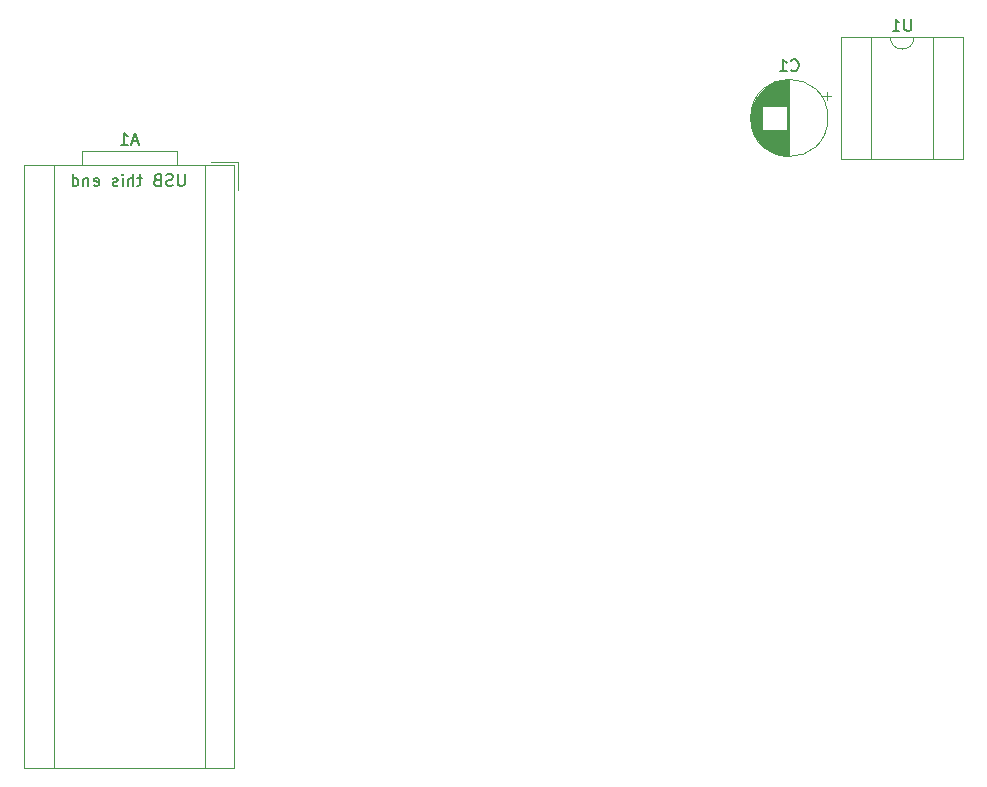
<source format=gbr>
%TF.GenerationSoftware,KiCad,Pcbnew,(6.0.1)*%
%TF.CreationDate,2022-07-13T15:29:40+01:00*%
%TF.ProjectId,polymod_proto_1,706f6c79-6d6f-4645-9f70-726f746f5f31,rev?*%
%TF.SameCoordinates,Original*%
%TF.FileFunction,Legend,Bot*%
%TF.FilePolarity,Positive*%
%FSLAX46Y46*%
G04 Gerber Fmt 4.6, Leading zero omitted, Abs format (unit mm)*
G04 Created by KiCad (PCBNEW (6.0.1)) date 2022-07-13 15:29:40*
%MOMM*%
%LPD*%
G01*
G04 APERTURE LIST*
%ADD10C,0.150000*%
%ADD11C,0.120000*%
G04 APERTURE END LIST*
D10*
X146638095Y-58852380D02*
X146638095Y-59661904D01*
X146590476Y-59757142D01*
X146542857Y-59804761D01*
X146447619Y-59852380D01*
X146257142Y-59852380D01*
X146161904Y-59804761D01*
X146114285Y-59757142D01*
X146066666Y-59661904D01*
X146066666Y-58852380D01*
X145638095Y-59804761D02*
X145495238Y-59852380D01*
X145257142Y-59852380D01*
X145161904Y-59804761D01*
X145114285Y-59757142D01*
X145066666Y-59661904D01*
X145066666Y-59566666D01*
X145114285Y-59471428D01*
X145161904Y-59423809D01*
X145257142Y-59376190D01*
X145447619Y-59328571D01*
X145542857Y-59280952D01*
X145590476Y-59233333D01*
X145638095Y-59138095D01*
X145638095Y-59042857D01*
X145590476Y-58947619D01*
X145542857Y-58900000D01*
X145447619Y-58852380D01*
X145209523Y-58852380D01*
X145066666Y-58900000D01*
X144304761Y-59328571D02*
X144161904Y-59376190D01*
X144114285Y-59423809D01*
X144066666Y-59519047D01*
X144066666Y-59661904D01*
X144114285Y-59757142D01*
X144161904Y-59804761D01*
X144257142Y-59852380D01*
X144638095Y-59852380D01*
X144638095Y-58852380D01*
X144304761Y-58852380D01*
X144209523Y-58900000D01*
X144161904Y-58947619D01*
X144114285Y-59042857D01*
X144114285Y-59138095D01*
X144161904Y-59233333D01*
X144209523Y-59280952D01*
X144304761Y-59328571D01*
X144638095Y-59328571D01*
X143019047Y-59185714D02*
X142638095Y-59185714D01*
X142876190Y-58852380D02*
X142876190Y-59709523D01*
X142828571Y-59804761D01*
X142733333Y-59852380D01*
X142638095Y-59852380D01*
X142304761Y-59852380D02*
X142304761Y-58852380D01*
X141876190Y-59852380D02*
X141876190Y-59328571D01*
X141923809Y-59233333D01*
X142019047Y-59185714D01*
X142161904Y-59185714D01*
X142257142Y-59233333D01*
X142304761Y-59280952D01*
X141400000Y-59852380D02*
X141400000Y-59185714D01*
X141400000Y-58852380D02*
X141447619Y-58900000D01*
X141400000Y-58947619D01*
X141352380Y-58900000D01*
X141400000Y-58852380D01*
X141400000Y-58947619D01*
X140971428Y-59804761D02*
X140876190Y-59852380D01*
X140685714Y-59852380D01*
X140590476Y-59804761D01*
X140542857Y-59709523D01*
X140542857Y-59661904D01*
X140590476Y-59566666D01*
X140685714Y-59519047D01*
X140828571Y-59519047D01*
X140923809Y-59471428D01*
X140971428Y-59376190D01*
X140971428Y-59328571D01*
X140923809Y-59233333D01*
X140828571Y-59185714D01*
X140685714Y-59185714D01*
X140590476Y-59233333D01*
X138971428Y-59804761D02*
X139066666Y-59852380D01*
X139257142Y-59852380D01*
X139352380Y-59804761D01*
X139400000Y-59709523D01*
X139400000Y-59328571D01*
X139352380Y-59233333D01*
X139257142Y-59185714D01*
X139066666Y-59185714D01*
X138971428Y-59233333D01*
X138923809Y-59328571D01*
X138923809Y-59423809D01*
X139400000Y-59519047D01*
X138495238Y-59185714D02*
X138495238Y-59852380D01*
X138495238Y-59280952D02*
X138447619Y-59233333D01*
X138352380Y-59185714D01*
X138209523Y-59185714D01*
X138114285Y-59233333D01*
X138066666Y-59328571D01*
X138066666Y-59852380D01*
X137161904Y-59852380D02*
X137161904Y-58852380D01*
X137161904Y-59804761D02*
X137257142Y-59852380D01*
X137447619Y-59852380D01*
X137542857Y-59804761D01*
X137590476Y-59757142D01*
X137638095Y-59661904D01*
X137638095Y-59376190D01*
X137590476Y-59280952D01*
X137542857Y-59233333D01*
X137447619Y-59185714D01*
X137257142Y-59185714D01*
X137161904Y-59233333D01*
%TO.C,A1*%
X142671785Y-56066666D02*
X142195595Y-56066666D01*
X142767023Y-56352380D02*
X142433690Y-55352380D01*
X142100357Y-56352380D01*
X141243214Y-56352380D02*
X141814642Y-56352380D01*
X141528928Y-56352380D02*
X141528928Y-55352380D01*
X141624166Y-55495238D01*
X141719404Y-55590476D01*
X141814642Y-55638095D01*
%TO.C,U1*%
X208151904Y-45722380D02*
X208151904Y-46531904D01*
X208104285Y-46627142D01*
X208056666Y-46674761D01*
X207961428Y-46722380D01*
X207770952Y-46722380D01*
X207675714Y-46674761D01*
X207628095Y-46627142D01*
X207580476Y-46531904D01*
X207580476Y-45722380D01*
X206580476Y-46722380D02*
X207151904Y-46722380D01*
X206866190Y-46722380D02*
X206866190Y-45722380D01*
X206961428Y-45865238D01*
X207056666Y-45960476D01*
X207151904Y-46008095D01*
%TO.C,C1*%
X197999046Y-50057142D02*
X198046665Y-50104761D01*
X198189522Y-50152380D01*
X198284760Y-50152380D01*
X198427618Y-50104761D01*
X198522856Y-50009523D01*
X198570475Y-49914285D01*
X198618094Y-49723809D01*
X198618094Y-49580952D01*
X198570475Y-49390476D01*
X198522856Y-49295238D01*
X198427618Y-49200000D01*
X198284760Y-49152380D01*
X198189522Y-49152380D01*
X198046665Y-49200000D01*
X197999046Y-49247619D01*
X197046665Y-50152380D02*
X197618094Y-50152380D01*
X197332380Y-50152380D02*
X197332380Y-49152380D01*
X197427618Y-49295238D01*
X197522856Y-49390476D01*
X197618094Y-49438095D01*
D11*
%TO.C,A1*%
X148377500Y-58100000D02*
X148377500Y-109100000D01*
X150857500Y-58100000D02*
X133057500Y-58100000D01*
X135577500Y-58100000D02*
X135577500Y-109100000D01*
X151157500Y-57800000D02*
X151157500Y-60200000D01*
X145957500Y-56900000D02*
X137957500Y-56900000D01*
X133057500Y-109100000D02*
X150857500Y-109100000D01*
X150857500Y-109100000D02*
X150857500Y-58100000D01*
X145957500Y-58100000D02*
X145957500Y-56900000D01*
X148857500Y-57800000D02*
X151157500Y-57800000D01*
X137957500Y-56900000D02*
X137957500Y-58100000D01*
X133057500Y-58100000D02*
X133057500Y-109100000D01*
%TO.C,U1*%
X212530000Y-57610000D02*
X202250000Y-57610000D01*
X212530000Y-47210000D02*
X212530000Y-57610000D01*
X210040000Y-57550000D02*
X204740000Y-57550000D01*
X202250000Y-47210000D02*
X212530000Y-47210000D01*
X202250000Y-57610000D02*
X202250000Y-47210000D01*
X204740000Y-57550000D02*
X204740000Y-47270000D01*
X210040000Y-47270000D02*
X210040000Y-57550000D01*
X204740000Y-47270000D02*
X206390000Y-47270000D01*
X208390000Y-47270000D02*
X210040000Y-47270000D01*
X206390000Y-47270000D02*
G75*
G03*
X208390000Y-47270000I1000000J0D01*
G01*
%TO.C,C1*%
X195511380Y-51835000D02*
X195511380Y-56365000D01*
X195071380Y-52386000D02*
X195071380Y-55814000D01*
X195551380Y-51795000D02*
X195551380Y-53060000D01*
X197752380Y-50870000D02*
X197752380Y-57330000D01*
X194871380Y-52750000D02*
X194871380Y-55450000D01*
X197632380Y-50876000D02*
X197632380Y-57324000D01*
X196551380Y-55140000D02*
X196551380Y-57070000D01*
X196031380Y-51410000D02*
X196031380Y-53060000D01*
X195151380Y-52266000D02*
X195151380Y-55934000D01*
X196271380Y-55140000D02*
X196271380Y-56934000D01*
X195751380Y-55140000D02*
X195751380Y-56584000D01*
X195191380Y-52210000D02*
X195191380Y-55990000D01*
X197192380Y-50933000D02*
X197192380Y-53060000D01*
X196951380Y-55140000D02*
X196951380Y-57210000D01*
X195671380Y-51684000D02*
X195671380Y-53060000D01*
X195711380Y-55140000D02*
X195711380Y-56550000D01*
X196911380Y-51002000D02*
X196911380Y-53060000D01*
X196431380Y-55140000D02*
X196431380Y-57016000D01*
X197832380Y-50870000D02*
X197832380Y-57330000D01*
X196431380Y-51184000D02*
X196431380Y-53060000D01*
X196271380Y-51266000D02*
X196271380Y-53060000D01*
X195871380Y-55140000D02*
X195871380Y-56678000D01*
X195391380Y-51963000D02*
X195391380Y-56237000D01*
X195031380Y-52450000D02*
X195031380Y-55750000D01*
X196791380Y-51039000D02*
X196791380Y-53060000D01*
X196231380Y-51288000D02*
X196231380Y-53060000D01*
X197152380Y-50941000D02*
X197152380Y-53060000D01*
X195551380Y-55140000D02*
X195551380Y-56405000D01*
X197552380Y-55140000D02*
X197552380Y-57318000D01*
X197392380Y-50899000D02*
X197392380Y-53060000D01*
X196751380Y-51053000D02*
X196751380Y-53060000D01*
X197432380Y-50894000D02*
X197432380Y-53060000D01*
X195751380Y-51616000D02*
X195751380Y-53060000D01*
X195671380Y-55140000D02*
X195671380Y-56516000D01*
X197512380Y-55140000D02*
X197512380Y-57315000D01*
X196671380Y-55140000D02*
X196671380Y-57118000D01*
X196711380Y-51067000D02*
X196711380Y-53060000D01*
X196311380Y-51244000D02*
X196311380Y-53060000D01*
X197111380Y-50950000D02*
X197111380Y-53060000D01*
X197192380Y-55140000D02*
X197192380Y-57267000D01*
X195791380Y-51584000D02*
X195791380Y-53060000D01*
X194791380Y-52935000D02*
X194791380Y-55265000D01*
X197312380Y-55140000D02*
X197312380Y-57289000D01*
X196351380Y-51224000D02*
X196351380Y-53060000D01*
X195591380Y-55140000D02*
X195591380Y-56443000D01*
X196511380Y-55140000D02*
X196511380Y-57052000D01*
X196631380Y-55140000D02*
X196631380Y-57102000D01*
X196351380Y-55140000D02*
X196351380Y-56976000D01*
X196151380Y-55140000D02*
X196151380Y-56866000D01*
X195791380Y-55140000D02*
X195791380Y-56616000D01*
X196111380Y-55140000D02*
X196111380Y-56842000D01*
X195351380Y-52008000D02*
X195351380Y-56192000D01*
X196671380Y-51082000D02*
X196671380Y-53060000D01*
X197352380Y-55140000D02*
X197352380Y-57295000D01*
X195431380Y-51918000D02*
X195431380Y-56282000D01*
X196631380Y-51098000D02*
X196631380Y-53060000D01*
X196991380Y-50979000D02*
X196991380Y-53060000D01*
X197031380Y-55140000D02*
X197031380Y-57231000D01*
X195631380Y-51720000D02*
X195631380Y-53060000D01*
X196831380Y-55140000D02*
X196831380Y-57174000D01*
X197472380Y-55140000D02*
X197472380Y-57311000D01*
X195831380Y-51552000D02*
X195831380Y-53060000D01*
X196911380Y-55140000D02*
X196911380Y-57198000D01*
X195631380Y-55140000D02*
X195631380Y-56480000D01*
X196711380Y-55140000D02*
X196711380Y-57133000D01*
X201332621Y-52261000D02*
X200702621Y-52261000D01*
X195911380Y-51493000D02*
X195911380Y-53060000D01*
X196071380Y-51384000D02*
X196071380Y-53060000D01*
X197232380Y-50925000D02*
X197232380Y-53060000D01*
X197031380Y-50969000D02*
X197031380Y-53060000D01*
X197111380Y-55140000D02*
X197111380Y-57250000D01*
X197592380Y-55140000D02*
X197592380Y-57322000D01*
X194631380Y-53467000D02*
X194631380Y-54733000D01*
X196151380Y-51334000D02*
X196151380Y-53060000D01*
X196871380Y-55140000D02*
X196871380Y-57186000D01*
X196591380Y-55140000D02*
X196591380Y-57086000D01*
X194711380Y-53160000D02*
X194711380Y-55040000D01*
X196591380Y-51114000D02*
X196591380Y-53060000D01*
X194911380Y-52668000D02*
X194911380Y-55532000D01*
X197672380Y-50873000D02*
X197672380Y-57327000D01*
X195111380Y-52324000D02*
X195111380Y-55876000D01*
X196871380Y-51014000D02*
X196871380Y-53060000D01*
X196471380Y-51166000D02*
X196471380Y-53060000D01*
X195911380Y-55140000D02*
X195911380Y-56707000D01*
X195991380Y-55140000D02*
X195991380Y-56764000D01*
X196471380Y-55140000D02*
X196471380Y-57034000D01*
X197152380Y-55140000D02*
X197152380Y-57259000D01*
X195471380Y-51876000D02*
X195471380Y-56324000D01*
X196391380Y-55140000D02*
X196391380Y-56996000D01*
X196111380Y-51358000D02*
X196111380Y-53060000D01*
X195311380Y-52056000D02*
X195311380Y-56144000D01*
X197792380Y-50870000D02*
X197792380Y-57330000D01*
X197392380Y-55140000D02*
X197392380Y-57301000D01*
X197312380Y-50911000D02*
X197312380Y-53060000D01*
X194951380Y-52591000D02*
X194951380Y-55609000D01*
X196311380Y-55140000D02*
X196311380Y-56956000D01*
X195951380Y-51464000D02*
X195951380Y-53060000D01*
X196071380Y-55140000D02*
X196071380Y-56816000D01*
X196551380Y-51130000D02*
X196551380Y-53060000D01*
X197352380Y-50905000D02*
X197352380Y-53060000D01*
X196991380Y-55140000D02*
X196991380Y-57221000D01*
X196191380Y-51310000D02*
X196191380Y-53060000D01*
X196791380Y-55140000D02*
X196791380Y-57161000D01*
X195991380Y-51436000D02*
X195991380Y-53060000D01*
X196511380Y-51148000D02*
X196511380Y-53060000D01*
X194591380Y-53698000D02*
X194591380Y-54502000D01*
X196231380Y-55140000D02*
X196231380Y-56912000D01*
X197712380Y-50872000D02*
X197712380Y-57328000D01*
X197232380Y-55140000D02*
X197232380Y-57275000D01*
X196751380Y-55140000D02*
X196751380Y-57147000D01*
X194751380Y-53041000D02*
X194751380Y-55159000D01*
X194671380Y-53298000D02*
X194671380Y-54902000D01*
X194991380Y-52519000D02*
X194991380Y-55681000D01*
X196831380Y-51026000D02*
X196831380Y-53060000D01*
X197272380Y-55140000D02*
X197272380Y-57282000D01*
X197552380Y-50882000D02*
X197552380Y-53060000D01*
X201017621Y-51946000D02*
X201017621Y-52576000D01*
X195711380Y-51650000D02*
X195711380Y-53060000D01*
X195871380Y-51522000D02*
X195871380Y-53060000D01*
X197512380Y-50885000D02*
X197512380Y-53060000D01*
X196031380Y-55140000D02*
X196031380Y-56790000D01*
X195271380Y-52105000D02*
X195271380Y-56095000D01*
X196191380Y-55140000D02*
X196191380Y-56890000D01*
X197272380Y-50918000D02*
X197272380Y-53060000D01*
X195951380Y-55140000D02*
X195951380Y-56736000D01*
X194831380Y-52838000D02*
X194831380Y-55362000D01*
X197432380Y-55140000D02*
X197432380Y-57306000D01*
X195231380Y-52156000D02*
X195231380Y-56044000D01*
X195831380Y-55140000D02*
X195831380Y-56648000D01*
X197071380Y-50959000D02*
X197071380Y-53060000D01*
X195591380Y-51757000D02*
X195591380Y-53060000D01*
X197071380Y-55140000D02*
X197071380Y-57241000D01*
X196391380Y-51204000D02*
X196391380Y-53060000D01*
X197472380Y-50889000D02*
X197472380Y-53060000D01*
X197592380Y-50878000D02*
X197592380Y-53060000D01*
X196951380Y-50990000D02*
X196951380Y-53060000D01*
X201102380Y-54100000D02*
G75*
G03*
X201102380Y-54100000I-3270000J0D01*
G01*
%TD*%
M02*

</source>
